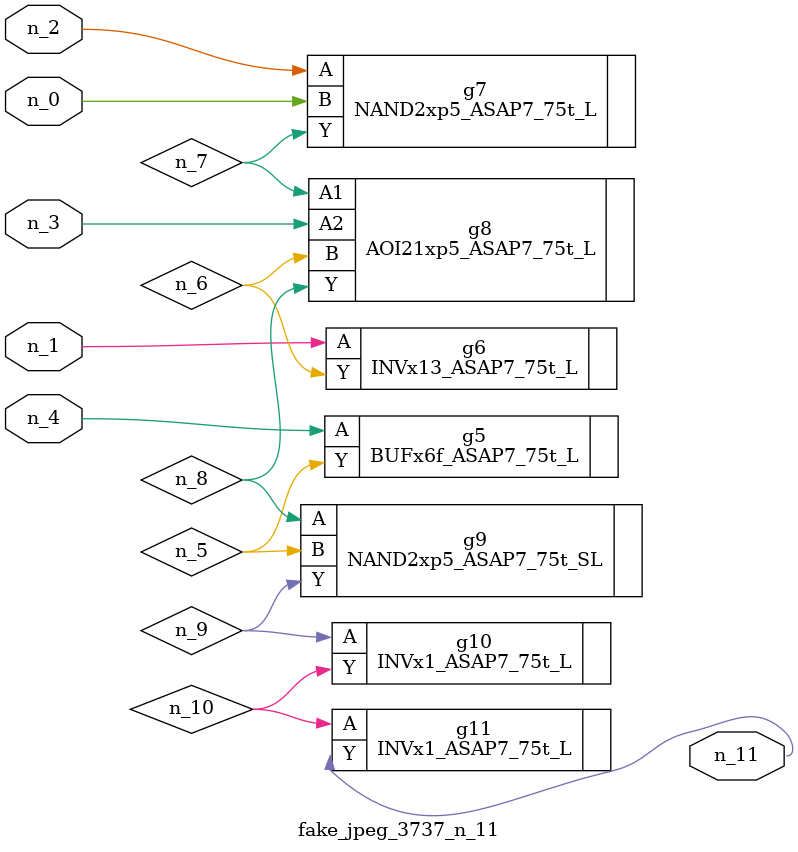
<source format=v>
module fake_jpeg_3737_n_11 (n_3, n_2, n_1, n_0, n_4, n_11);

input n_3;
input n_2;
input n_1;
input n_0;
input n_4;

output n_11;

wire n_10;
wire n_8;
wire n_9;
wire n_6;
wire n_5;
wire n_7;

BUFx6f_ASAP7_75t_L g5 ( 
.A(n_4),
.Y(n_5)
);

INVx13_ASAP7_75t_L g6 ( 
.A(n_1),
.Y(n_6)
);

NAND2xp5_ASAP7_75t_L g7 ( 
.A(n_2),
.B(n_0),
.Y(n_7)
);

AOI21xp5_ASAP7_75t_L g8 ( 
.A1(n_7),
.A2(n_3),
.B(n_6),
.Y(n_8)
);

NAND2xp5_ASAP7_75t_SL g9 ( 
.A(n_8),
.B(n_5),
.Y(n_9)
);

INVx1_ASAP7_75t_L g10 ( 
.A(n_9),
.Y(n_10)
);

INVx1_ASAP7_75t_L g11 ( 
.A(n_10),
.Y(n_11)
);


endmodule
</source>
